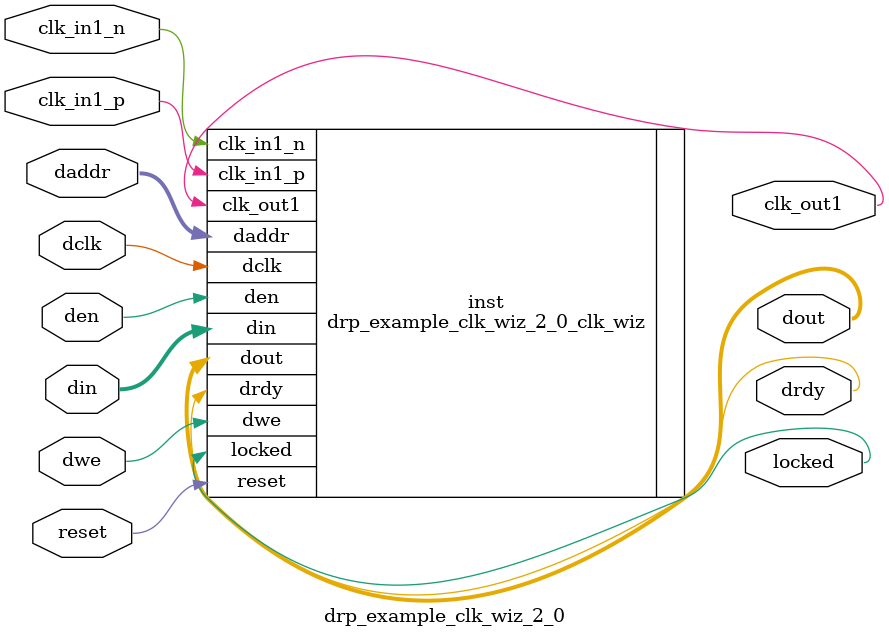
<source format=v>


`timescale 1ps/1ps

(* CORE_GENERATION_INFO = "drp_example_clk_wiz_2_0,clk_wiz_v6_0_0_0,{component_name=drp_example_clk_wiz_2_0,use_phase_alignment=true,use_min_o_jitter=false,use_max_i_jitter=false,use_dyn_phase_shift=false,use_inclk_switchover=false,use_dyn_reconfig=true,enable_axi=0,feedback_source=FDBK_AUTO,PRIMITIVE=MMCM,num_out_clk=1,clkin1_period=3.333,clkin2_period=10.0,use_power_down=false,use_reset=true,use_locked=true,use_inclk_stopped=false,feedback_type=SINGLE,CLOCK_MGR_TYPE=NA,manual_override=false}" *)

module drp_example_clk_wiz_2_0 
 (
  // Clock out ports
  output        clk_out1,
  // Dynamic reconfiguration ports
  input   [6:0] daddr,
  input         dclk,
  input         den,
  input  [15:0] din,
  output [15:0] dout,
  output        drdy,
  input         dwe,
  // Status and control signals
  input         reset,
  output        locked,
 // Clock in ports
  input         clk_in1_p,
  input         clk_in1_n
 );

  drp_example_clk_wiz_2_0_clk_wiz inst
  (
  // Clock out ports  
  .clk_out1(clk_out1),
  // Dynamic reconfiguration ports            
  .daddr(daddr),
  .dclk(dclk),
  .den(den),
  .din(din),
  .dout(dout),
  .drdy(drdy),
  .dwe(dwe),
  // Status and control signals               
  .reset(reset), 
  .locked(locked),
 // Clock in ports
  .clk_in1_p(clk_in1_p),
  .clk_in1_n(clk_in1_n)
  );

endmodule

</source>
